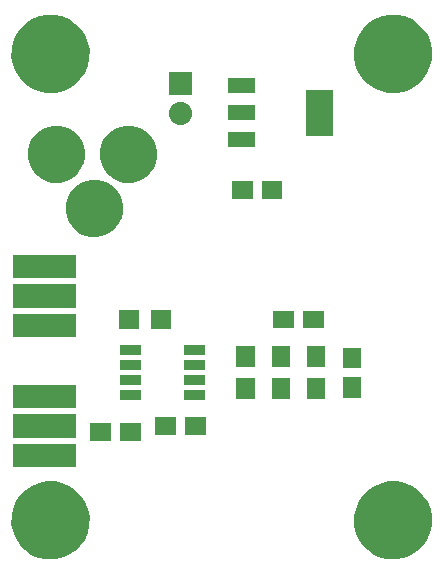
<source format=gts>
G04 #@! TF.FileFunction,Soldermask,Top*
%FSLAX46Y46*%
G04 Gerber Fmt 4.6, Leading zero omitted, Abs format (unit mm)*
G04 Created by KiCad (PCBNEW (after 2015-mar-04 BZR unknown)-product) date 1/14/2019 11:59:40 AM*
%MOMM*%
G01*
G04 APERTURE LIST*
%ADD10C,0.150000*%
G04 APERTURE END LIST*
D10*
G36*
X5667000Y-22502000D02*
X333000Y-22502000D01*
X333000Y-20498000D01*
X5667000Y-20498000D01*
X5667000Y-22502000D01*
X5667000Y-22502000D01*
G37*
G36*
X5667000Y-25002000D02*
X333000Y-25002000D01*
X333000Y-22998000D01*
X5667000Y-22998000D01*
X5667000Y-25002000D01*
X5667000Y-25002000D01*
G37*
G36*
X5667000Y-27502000D02*
X333000Y-27502000D01*
X333000Y-25498000D01*
X5667000Y-25498000D01*
X5667000Y-27502000D01*
X5667000Y-27502000D01*
G37*
G36*
X5667000Y-33502000D02*
X333000Y-33502000D01*
X333000Y-31498000D01*
X5667000Y-31498000D01*
X5667000Y-33502000D01*
X5667000Y-33502000D01*
G37*
G36*
X5667000Y-36002000D02*
X333000Y-36002000D01*
X333000Y-33998000D01*
X5667000Y-33998000D01*
X5667000Y-36002000D01*
X5667000Y-36002000D01*
G37*
G36*
X5667000Y-38502000D02*
X333000Y-38502000D01*
X333000Y-36498000D01*
X5667000Y-36498000D01*
X5667000Y-38502000D01*
X5667000Y-38502000D01*
G37*
G36*
X6427104Y-11762020D02*
X6419513Y-12305656D01*
X6419416Y-12306082D01*
X6419416Y-12306094D01*
X6314068Y-12769787D01*
X6120477Y-13204598D01*
X5846119Y-13593526D01*
X5501442Y-13921757D01*
X5099577Y-14176789D01*
X4655824Y-14348909D01*
X4187099Y-14431558D01*
X3711245Y-14421590D01*
X3246384Y-14319383D01*
X2810234Y-14128835D01*
X2419402Y-13857199D01*
X2088770Y-13514820D01*
X1830941Y-13114747D01*
X1655728Y-12672209D01*
X1569808Y-12204069D01*
X1576453Y-11728152D01*
X1675410Y-11262598D01*
X1862912Y-10825124D01*
X2131811Y-10432406D01*
X2471873Y-10099393D01*
X2870140Y-9838774D01*
X3311442Y-9660477D01*
X3778971Y-9571290D01*
X4254917Y-9574614D01*
X4721158Y-9670319D01*
X5159923Y-9854759D01*
X5554515Y-10120915D01*
X5889891Y-10458640D01*
X6153284Y-10855078D01*
X6334658Y-11295124D01*
X6427019Y-11761582D01*
X6427018Y-11761590D01*
X6427104Y-11762020D01*
X6427104Y-11762020D01*
G37*
G36*
X6802142Y-3176222D02*
X6791814Y-3915853D01*
X6791717Y-3916279D01*
X6791717Y-3916291D01*
X6648352Y-4547317D01*
X6384966Y-5138889D01*
X6011695Y-5668035D01*
X5542752Y-6114603D01*
X4996003Y-6461580D01*
X4392268Y-6695755D01*
X3754553Y-6808201D01*
X3107140Y-6794639D01*
X2474685Y-6655585D01*
X1881291Y-6396338D01*
X1349552Y-6026769D01*
X899720Y-5560955D01*
X548936Y-5016643D01*
X310554Y-4414559D01*
X193657Y-3777641D01*
X202699Y-3130145D01*
X337332Y-2496744D01*
X592432Y-1901552D01*
X958279Y-1367245D01*
X1420941Y-914172D01*
X1962794Y-559594D01*
X2563198Y-317015D01*
X3199284Y-195675D01*
X3846822Y-200197D01*
X4481155Y-330406D01*
X5078108Y-581343D01*
X5614960Y-943454D01*
X6071249Y-1402939D01*
X6429601Y-1942303D01*
X6676366Y-2540998D01*
X6802057Y-3175784D01*
X6802056Y-3175792D01*
X6802142Y-3176222D01*
X6802142Y-3176222D01*
G37*
G36*
X6802142Y-42676222D02*
X6791814Y-43415853D01*
X6791717Y-43416279D01*
X6791717Y-43416291D01*
X6648352Y-44047317D01*
X6384966Y-44638889D01*
X6011695Y-45168035D01*
X5542752Y-45614603D01*
X4996003Y-45961580D01*
X4392268Y-46195755D01*
X3754553Y-46308201D01*
X3107140Y-46294639D01*
X2474685Y-46155585D01*
X1881291Y-45896338D01*
X1349552Y-45526769D01*
X899720Y-45060955D01*
X548936Y-44516643D01*
X310554Y-43914559D01*
X193657Y-43277641D01*
X202699Y-42630145D01*
X337332Y-41996744D01*
X592432Y-41401552D01*
X958279Y-40867245D01*
X1420941Y-40414172D01*
X1962794Y-40059594D01*
X2563198Y-39817015D01*
X3199284Y-39695675D01*
X3846822Y-39700197D01*
X4481155Y-39830406D01*
X5078108Y-40081343D01*
X5614960Y-40443454D01*
X6071249Y-40902939D01*
X6429601Y-41442303D01*
X6676366Y-42040998D01*
X6802057Y-42675784D01*
X6802056Y-42675792D01*
X6802142Y-42676222D01*
X6802142Y-42676222D01*
G37*
G36*
X8627000Y-36252000D02*
X6873000Y-36252000D01*
X6873000Y-34748000D01*
X8627000Y-34748000D01*
X8627000Y-36252000D01*
X8627000Y-36252000D01*
G37*
G36*
X9627104Y-16362020D02*
X9619513Y-16905656D01*
X9619416Y-16906082D01*
X9619416Y-16906094D01*
X9514068Y-17369787D01*
X9320477Y-17804598D01*
X9046119Y-18193526D01*
X8701442Y-18521757D01*
X8299577Y-18776789D01*
X7855824Y-18948909D01*
X7387099Y-19031558D01*
X6911245Y-19021590D01*
X6446384Y-18919383D01*
X6010234Y-18728835D01*
X5619402Y-18457199D01*
X5288770Y-18114820D01*
X5030941Y-17714747D01*
X4855728Y-17272209D01*
X4769808Y-16804069D01*
X4776453Y-16328152D01*
X4875410Y-15862598D01*
X5062912Y-15425124D01*
X5331811Y-15032406D01*
X5671873Y-14699393D01*
X6070140Y-14438774D01*
X6511442Y-14260477D01*
X6978971Y-14171290D01*
X7454917Y-14174614D01*
X7921158Y-14270319D01*
X8359923Y-14454759D01*
X8754515Y-14720915D01*
X9089891Y-15058640D01*
X9353284Y-15455078D01*
X9534658Y-15895124D01*
X9627019Y-16361582D01*
X9627018Y-16361590D01*
X9627104Y-16362020D01*
X9627104Y-16362020D01*
G37*
G36*
X11027000Y-26777000D02*
X9273000Y-26777000D01*
X9273000Y-25223000D01*
X11027000Y-25223000D01*
X11027000Y-26777000D01*
X11027000Y-26777000D01*
G37*
G36*
X11127000Y-36252000D02*
X9373000Y-36252000D01*
X9373000Y-34748000D01*
X11127000Y-34748000D01*
X11127000Y-36252000D01*
X11127000Y-36252000D01*
G37*
G36*
X11202000Y-29022000D02*
X9398000Y-29022000D01*
X9398000Y-28168000D01*
X11202000Y-28168000D01*
X11202000Y-29022000D01*
X11202000Y-29022000D01*
G37*
G36*
X11202000Y-30292000D02*
X9398000Y-30292000D01*
X9398000Y-29438000D01*
X11202000Y-29438000D01*
X11202000Y-30292000D01*
X11202000Y-30292000D01*
G37*
G36*
X11202000Y-31562000D02*
X9398000Y-31562000D01*
X9398000Y-30708000D01*
X11202000Y-30708000D01*
X11202000Y-31562000D01*
X11202000Y-31562000D01*
G37*
G36*
X11202000Y-32832000D02*
X9398000Y-32832000D01*
X9398000Y-31978000D01*
X11202000Y-31978000D01*
X11202000Y-32832000D01*
X11202000Y-32832000D01*
G37*
G36*
X12527104Y-11762020D02*
X12519513Y-12305656D01*
X12519416Y-12306082D01*
X12519416Y-12306094D01*
X12414068Y-12769787D01*
X12220477Y-13204598D01*
X11946119Y-13593526D01*
X11601442Y-13921757D01*
X11199577Y-14176789D01*
X10755824Y-14348909D01*
X10287099Y-14431558D01*
X9811245Y-14421590D01*
X9346384Y-14319383D01*
X8910234Y-14128835D01*
X8519402Y-13857199D01*
X8188770Y-13514820D01*
X7930941Y-13114747D01*
X7755728Y-12672209D01*
X7669808Y-12204069D01*
X7676453Y-11728152D01*
X7775410Y-11262598D01*
X7962912Y-10825124D01*
X8231811Y-10432406D01*
X8571873Y-10099393D01*
X8970140Y-9838774D01*
X9411442Y-9660477D01*
X9878971Y-9571290D01*
X10354917Y-9574614D01*
X10821158Y-9670319D01*
X11259923Y-9854759D01*
X11654515Y-10120915D01*
X11989891Y-10458640D01*
X12253284Y-10855078D01*
X12434658Y-11295124D01*
X12527019Y-11761582D01*
X12527018Y-11761590D01*
X12527104Y-11762020D01*
X12527104Y-11762020D01*
G37*
G36*
X13727000Y-26777000D02*
X11973000Y-26777000D01*
X11973000Y-25223000D01*
X13727000Y-25223000D01*
X13727000Y-26777000D01*
X13727000Y-26777000D01*
G37*
G36*
X14127000Y-35752000D02*
X12373000Y-35752000D01*
X12373000Y-34248000D01*
X14127000Y-34248000D01*
X14127000Y-35752000D01*
X14127000Y-35752000D01*
G37*
G36*
X15477000Y-6977000D02*
X13523000Y-6977000D01*
X13523000Y-5023000D01*
X15477000Y-5023000D01*
X15477000Y-6977000D01*
X15477000Y-6977000D01*
G37*
G36*
X15481707Y-8546821D02*
X15461782Y-8736393D01*
X15461776Y-8736411D01*
X15461772Y-8736453D01*
X15405387Y-8918603D01*
X15314697Y-9086331D01*
X15193155Y-9233251D01*
X15045391Y-9353764D01*
X14877033Y-9443281D01*
X14694494Y-9498393D01*
X14504727Y-9517000D01*
X14501929Y-9517000D01*
X14495273Y-9517000D01*
X14495118Y-9517000D01*
X14484209Y-9516924D01*
X14484198Y-9516922D01*
X14481632Y-9516905D01*
X14292143Y-9495650D01*
X14110392Y-9437995D01*
X13943300Y-9346136D01*
X13797233Y-9223571D01*
X13677754Y-9074969D01*
X13589414Y-8905991D01*
X13535578Y-8723072D01*
X13535574Y-8723031D01*
X13535570Y-8723017D01*
X13518293Y-8533179D01*
X13538218Y-8343607D01*
X13538223Y-8343588D01*
X13538228Y-8343547D01*
X13594613Y-8161397D01*
X13685303Y-7993669D01*
X13806845Y-7846749D01*
X13954609Y-7726236D01*
X14122967Y-7636719D01*
X14305506Y-7581607D01*
X14495273Y-7563000D01*
X14498071Y-7563000D01*
X14504727Y-7563000D01*
X14504882Y-7563000D01*
X14515791Y-7563076D01*
X14515801Y-7563077D01*
X14518368Y-7563095D01*
X14707857Y-7584350D01*
X14889608Y-7642005D01*
X15056700Y-7733864D01*
X15202767Y-7856429D01*
X15322246Y-8005031D01*
X15410586Y-8174009D01*
X15464422Y-8356928D01*
X15464425Y-8356968D01*
X15464430Y-8356983D01*
X15481707Y-8546821D01*
X15481707Y-8546821D01*
G37*
G36*
X16602000Y-29022000D02*
X14798000Y-29022000D01*
X14798000Y-28168000D01*
X16602000Y-28168000D01*
X16602000Y-29022000D01*
X16602000Y-29022000D01*
G37*
G36*
X16602000Y-30292000D02*
X14798000Y-30292000D01*
X14798000Y-29438000D01*
X16602000Y-29438000D01*
X16602000Y-30292000D01*
X16602000Y-30292000D01*
G37*
G36*
X16602000Y-31562000D02*
X14798000Y-31562000D01*
X14798000Y-30708000D01*
X16602000Y-30708000D01*
X16602000Y-31562000D01*
X16602000Y-31562000D01*
G37*
G36*
X16602000Y-32832000D02*
X14798000Y-32832000D01*
X14798000Y-31978000D01*
X16602000Y-31978000D01*
X16602000Y-32832000D01*
X16602000Y-32832000D01*
G37*
G36*
X16627000Y-35752000D02*
X14873000Y-35752000D01*
X14873000Y-34248000D01*
X16627000Y-34248000D01*
X16627000Y-35752000D01*
X16627000Y-35752000D01*
G37*
G36*
X20627000Y-15752000D02*
X18873000Y-15752000D01*
X18873000Y-14248000D01*
X20627000Y-14248000D01*
X20627000Y-15752000D01*
X20627000Y-15752000D01*
G37*
G36*
X20777000Y-30027000D02*
X19223000Y-30027000D01*
X19223000Y-28273000D01*
X20777000Y-28273000D01*
X20777000Y-30027000D01*
X20777000Y-30027000D01*
G37*
G36*
X20777000Y-32727000D02*
X19223000Y-32727000D01*
X19223000Y-30973000D01*
X20777000Y-30973000D01*
X20777000Y-32727000D01*
X20777000Y-32727000D01*
G37*
G36*
X20841000Y-6849000D02*
X18555000Y-6849000D01*
X18555000Y-5579000D01*
X20841000Y-5579000D01*
X20841000Y-6849000D01*
X20841000Y-6849000D01*
G37*
G36*
X20841000Y-9135000D02*
X18555000Y-9135000D01*
X18555000Y-7865000D01*
X20841000Y-7865000D01*
X20841000Y-9135000D01*
X20841000Y-9135000D01*
G37*
G36*
X20841000Y-11421000D02*
X18555000Y-11421000D01*
X18555000Y-10151000D01*
X20841000Y-10151000D01*
X20841000Y-11421000D01*
X20841000Y-11421000D01*
G37*
G36*
X23127000Y-15752000D02*
X21373000Y-15752000D01*
X21373000Y-14248000D01*
X23127000Y-14248000D01*
X23127000Y-15752000D01*
X23127000Y-15752000D01*
G37*
G36*
X23777000Y-30027000D02*
X22223000Y-30027000D01*
X22223000Y-28273000D01*
X23777000Y-28273000D01*
X23777000Y-30027000D01*
X23777000Y-30027000D01*
G37*
G36*
X23777000Y-32727000D02*
X22223000Y-32727000D01*
X22223000Y-30973000D01*
X23777000Y-30973000D01*
X23777000Y-32727000D01*
X23777000Y-32727000D01*
G37*
G36*
X24127000Y-26752000D02*
X22373000Y-26752000D01*
X22373000Y-25248000D01*
X24127000Y-25248000D01*
X24127000Y-26752000D01*
X24127000Y-26752000D01*
G37*
G36*
X26627000Y-26752000D02*
X24873000Y-26752000D01*
X24873000Y-25248000D01*
X26627000Y-25248000D01*
X26627000Y-26752000D01*
X26627000Y-26752000D01*
G37*
G36*
X26777000Y-30027000D02*
X25223000Y-30027000D01*
X25223000Y-28273000D01*
X26777000Y-28273000D01*
X26777000Y-30027000D01*
X26777000Y-30027000D01*
G37*
G36*
X26777000Y-32727000D02*
X25223000Y-32727000D01*
X25223000Y-30973000D01*
X26777000Y-30973000D01*
X26777000Y-32727000D01*
X26777000Y-32727000D01*
G37*
G36*
X27445000Y-10455800D02*
X25159000Y-10455800D01*
X25159000Y-6544200D01*
X27445000Y-6544200D01*
X27445000Y-10455800D01*
X27445000Y-10455800D01*
G37*
G36*
X29752000Y-30127000D02*
X28248000Y-30127000D01*
X28248000Y-28373000D01*
X29752000Y-28373000D01*
X29752000Y-30127000D01*
X29752000Y-30127000D01*
G37*
G36*
X29752000Y-32627000D02*
X28248000Y-32627000D01*
X28248000Y-30873000D01*
X29752000Y-30873000D01*
X29752000Y-32627000D01*
X29752000Y-32627000D01*
G37*
G36*
X35802142Y-3176222D02*
X35791814Y-3915853D01*
X35791717Y-3916279D01*
X35791717Y-3916291D01*
X35648352Y-4547317D01*
X35384966Y-5138889D01*
X35011695Y-5668035D01*
X34542752Y-6114603D01*
X33996003Y-6461580D01*
X33392268Y-6695755D01*
X32754553Y-6808201D01*
X32107140Y-6794639D01*
X31474685Y-6655585D01*
X30881291Y-6396338D01*
X30349552Y-6026769D01*
X29899720Y-5560955D01*
X29548936Y-5016643D01*
X29310554Y-4414559D01*
X29193657Y-3777641D01*
X29202699Y-3130145D01*
X29337332Y-2496744D01*
X29592432Y-1901552D01*
X29958279Y-1367245D01*
X30420941Y-914172D01*
X30962794Y-559594D01*
X31563198Y-317015D01*
X32199284Y-195675D01*
X32846822Y-200197D01*
X33481155Y-330406D01*
X34078108Y-581343D01*
X34614960Y-943454D01*
X35071249Y-1402939D01*
X35429601Y-1942303D01*
X35676366Y-2540998D01*
X35802057Y-3175784D01*
X35802056Y-3175792D01*
X35802142Y-3176222D01*
X35802142Y-3176222D01*
G37*
G36*
X35802142Y-42676222D02*
X35791814Y-43415853D01*
X35791717Y-43416279D01*
X35791717Y-43416291D01*
X35648352Y-44047317D01*
X35384966Y-44638889D01*
X35011695Y-45168035D01*
X34542752Y-45614603D01*
X33996003Y-45961580D01*
X33392268Y-46195755D01*
X32754553Y-46308201D01*
X32107140Y-46294639D01*
X31474685Y-46155585D01*
X30881291Y-45896338D01*
X30349552Y-45526769D01*
X29899720Y-45060955D01*
X29548936Y-44516643D01*
X29310554Y-43914559D01*
X29193657Y-43277641D01*
X29202699Y-42630145D01*
X29337332Y-41996744D01*
X29592432Y-41401552D01*
X29958279Y-40867245D01*
X30420941Y-40414172D01*
X30962794Y-40059594D01*
X31563198Y-39817015D01*
X32199284Y-39695675D01*
X32846822Y-39700197D01*
X33481155Y-39830406D01*
X34078108Y-40081343D01*
X34614960Y-40443454D01*
X35071249Y-40902939D01*
X35429601Y-41442303D01*
X35676366Y-42040998D01*
X35802057Y-42675784D01*
X35802056Y-42675792D01*
X35802142Y-42676222D01*
X35802142Y-42676222D01*
G37*
M02*

</source>
